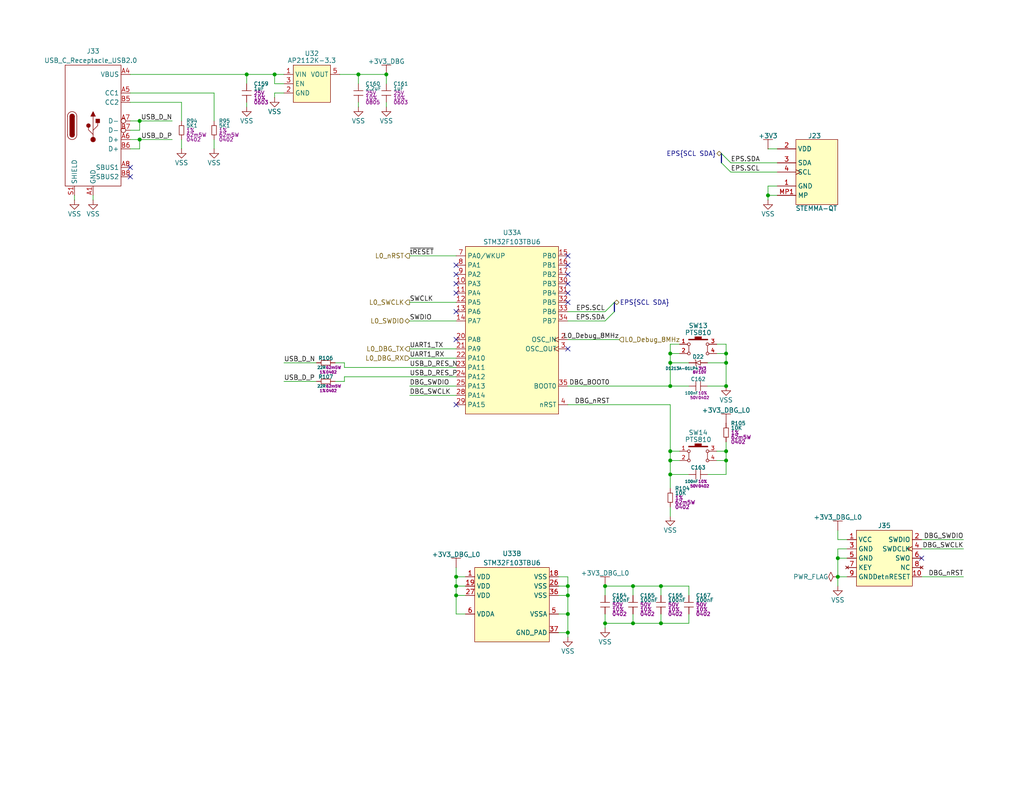
<source format=kicad_sch>
(kicad_sch (version 20250114) (generator "eeschema") (generator_version "9.0")
  (paper "USLetter")
  (title_block (title "STM32L0 Debugger") (date "2025-03-31") (rev "1") (comment 2 "PROTOTYPE") (comment 3 "2025"))
  (lib_symbols
    (symbol "STM32F103TBU6_1"
      (property "Reference" "U" (at 0 26.67 0))
      (property "Value" "STM32F103TBU6" (at 0 24.13 0))
      (symbol "STM32F103TBU6_1_1_0"
        (pin bidirectional line (at -15.24 20.32 0) (length 2.54) (name "PA0/WKUP") (number "7"))
        (pin bidirectional line (at -15.24 17.78 0) (length 2.54) (name "PA1") (number "8"))
        (pin bidirectional line (at -15.24 15.24 0) (length 2.54) (name "PA2") (number "9"))
        (pin bidirectional line (at -15.24 12.7 0) (length 2.54) (name "PA3") (number "10"))
        (pin bidirectional line (at -15.24 10.16 0) (length 2.54) (name "PA4") (number "11"))
        (pin bidirectional line (at -15.24 7.62 0) (length 2.54) (name "PA5") (number "12"))
        (pin bidirectional line (at -15.24 5.08 0) (length 2.54) (name "PA6") (number "13"))
        (pin bidirectional line (at -15.24 2.54 0) (length 2.54) (name "PA7") (number "14"))
        (pin bidirectional line (at -15.24 -2.54 0) (length 2.54) (name "PA8") (number "20"))
        (pin bidirectional line (at -15.24 -5.08 0) (length 2.54) (name "PA9") (number "21"))
        (pin bidirectional line (at -15.24 -7.62 0) (length 2.54) (name "PA10") (number "22"))
        (pin bidirectional line (at -15.24 -10.16 0) (length 2.54) (name "PA11") (number "23"))
        (pin bidirectional line (at -15.24 -12.7 0) (length 2.54) (name "PA12") (number "24"))
        (pin bidirectional line (at -15.24 -15.24 0) (length 2.54) (name "PA13") (number "25"))
        (pin bidirectional line (at -15.24 -17.78 0) (length 2.54) (name "PA14") (number "28"))
        (pin bidirectional line (at -15.24 -20.32 0) (length 2.54) (name "PA15") (number "29"))
        (pin bidirectional line (at 15.24 20.32 180) (length 2.54) (name "PB0") (number "15"))
        (pin bidirectional line (at 15.24 17.78 180) (length 2.54) (name "PB1") (number "16"))
        (pin bidirectional line (at 15.24 15.24 180) (length 2.54) (name "PB2") (number "17"))
        (pin bidirectional line (at 15.24 12.7 180) (length 2.54) (name "PB3") (number "30"))
        (pin bidirectional line (at 15.24 10.16 180) (length 2.54) (name "PB4") (number "31"))
        (pin bidirectional line (at 15.24 7.62 180) (length 2.54) (name "PB5") (number "32"))
        (pin bidirectional line (at 15.24 5.08 180) (length 2.54) (name "PB6") (number "33"))
        (pin bidirectional line (at 15.24 2.54 180) (length 2.54) (name "PB7") (number "34"))
        (pin input clock (at 15.24 -2.54 180) (length 2.54) (name "OSC_IN") (number "2"))
        (pin output clock (at 15.24 -5.08 180) (length 2.54) (name "OSC_OUT") (number "3"))
        (pin input line (at 15.24 -15.24 180) (length 2.54) (name "BOOT0") (number "35"))
        (pin input line (at 15.24 -20.32 180) (length 2.54) (name "nRST") (number "4"))
      )
      (symbol "STM32F103TBU6_1_1_1"
        (rectangle (start -12.7 22.86) (end 12.7 -22.86) (fill (type background)))
      )
      (symbol "STM32F103TBU6_1_2_0"
        (pin power_in line (at -12.7 7.62 0) (length 2.54) (name "VDD") (number "1"))
        (pin power_in line (at -12.7 5.08 0) (length 2.54) (name "VDD") (number "19"))
        (pin power_in line (at -12.7 2.54 0) (length 2.54) (name "VDD") (number "27"))
        (pin power_in line (at -12.7 -2.54 0) (length 2.54) (name "VDDA") (number "6"))
        (pin power_in line (at 12.7 7.62 180) (length 2.54) (name "VSS") (number "18"))
        (pin power_in line (at 12.7 5.08 180) (length 2.54) (name "VSS") (number "26"))
        (pin power_in line (at 12.7 2.54 180) (length 2.54) (name "VSS") (number "36"))
        (pin power_in line (at 12.7 -2.54 180) (length 2.54) (name "VSSA") (number "5"))
        (pin power_in line (at 12.7 -7.62 180) (length 2.54) (name "GND_PAD") (number "37"))
      )
      (symbol "STM32F103TBU6_1_2_1"
        (rectangle (start -10.16 10.16) (end 10.16 -10.16) (fill (type background)))
      )
    )
    (symbol "lib_pwr:+3V3" (power) (pin_numbers (hide yes)) (pin_names (offset 0) (hide yes))
      (property "Value" "+3V3" (at 0 3.556 0))
      (symbol "+3V3_0_1"
        (polyline (pts (xy -1.27 2.54) (xy 0 2.54)))
        (polyline (pts (xy 0 2.54) (xy 1.27 2.54)))
        (polyline (pts (xy 0 0) (xy 0 2.54)))
      )
      (symbol "+3V3_1_1"
        (pin power_in line (at 0 0 90) (length 0) (name "~") (number "1"))
      )
    )
    (symbol "lib_pwr:+3V3_DBG" (power) (pin_numbers (hide yes)) (pin_names (offset 0) (hide yes))
      (property "Value" "+3V3_DBG" (at 0 3.556 0))
      (symbol "+3V3_DBG_0_1"
        (polyline (pts (xy -1.27 2.54) (xy 0 2.54)))
        (polyline (pts (xy 0 2.54) (xy 1.27 2.54)))
        (polyline (pts (xy 0 0) (xy 0 2.54)))
      )
      (symbol "+3V3_DBG_1_1"
        (pin power_in line (at 0 0 90) (length 0) (name "~") (number "1"))
      )
    )
    (symbol "lib_pwr:+3V3_DBG_L0" (power) (pin_numbers (hide yes)) (pin_names (offset 0) (hide yes))
      (property "Value" "+3V3_DBG_L0" (at 0 3.556 0))
      (symbol "+3V3_DBG_L0_0_1"
        (polyline (pts (xy -1.27 2.54) (xy 0 2.54)))
        (polyline (pts (xy 0 2.54) (xy 1.27 2.54)))
        (polyline (pts (xy 0 0) (xy 0 2.54)))
      )
      (symbol "+3V3_DBG_L0_1_1"
        (pin power_in line (at 0 0 90) (length 0) (name "~") (number "1"))
      )
    )
    (symbol "lib_pwr:PWR_FLAG" (power) (pin_numbers (hide yes)) (pin_names (offset 0) (hide yes))
      (property "Value" "PWR_FLAG" (at 0 3.81 0))
      (symbol "PWR_FLAG_0_1"
        (polyline (pts (xy 0 1.27) (xy -1.27 1.905) (xy 0 2.54) (xy 1.27 1.905) (xy 0 1.27)))
        (polyline (pts (xy 0 0) (xy 0 1.27)))
      )
      (symbol "PWR_FLAG_1_1"
        (pin power_out line (at 0 0 90) (length 0) (name "~") (number "1"))
      )
    )
    (symbol "lib_pwr:VSS" (power) (pin_numbers (hide yes)) (pin_names (offset 0) (hide yes))
      (property "Value" "VSS" (at 0 -3.81 0))
      (symbol "VSS_0_1"
        (polyline (pts (xy 0 0) (xy 0 -1.27) (xy 1.27 -1.27) (xy 0 -2.54) (xy -1.27 -1.27) (xy 0 -1.27)))
      )
      (symbol "VSS_1_1"
        (pin power_in line (at 0 0 270) (length 0) (name "~") (number "1"))
      )
    )
    (symbol "lib_sch:AP2112K"
      (property "Reference" "U?" (at 0 8.255 0))
      (property "Value" "AP2112K" (at 0 6.35 0))
      (symbol "AP2112K_0_0"
        (pin power_in line (at -7.62 2.54 0) (length 2.54) (name "VIN") (number "1"))
        (pin input line (at -7.62 0 0) (length 2.54) (name "EN") (number "3"))
        (pin passive line (at -7.62 -2.54 0) (length 2.54) (name "GND") (number "2"))
        (pin power_out line (at 7.62 2.54 180) (length 2.54) (name "VOUT") (number "5"))
      )
      (symbol "AP2112K_1_0"
        (pin no_connect non_logic (at 7.62 -2.54 180) (length 2.54) (hide yes) (name "NC") (number "4"))
      )
      (symbol "AP2112K_1_1"
        (rectangle (start -5.08 5.08) (end 5.08 -5.08) (fill (type background)))
      )
    )
    (symbol "lib_sch:C" (pin_numbers (hide yes)) (pin_names (hide yes))
      (property "Reference" "C?" (at 1.905 2.54 0))
      (property "Value" "CAP" (at 1.905 1.27 0))
      (property "Tolerance" "TOL" (at 1.905 -1.27 0))
      (property "Voltage Rating" "VOLTAGE" (at 1.905 0 0))
      (property "Package" "PKG" (at 1.905 -2.54 0))
      (symbol "C_0_1"
        (polyline (pts (xy -1.27 0.635) (xy 1.27 0.635)))
        (polyline (pts (xy -1.27 -0.635) (xy 1.27 -0.635)))
      )
      (symbol "C_1_1"
        (pin passive line (at 0 2.54 270) (length 1.905) (name "") (number "1"))
        (pin passive line (at 0 -2.54 90) (length 1.905) (name "") (number "2"))
      )
    )
    (symbol "lib_sch:C_horizontal"
      (property "Reference" "C?" (at 0 1.905 0))
      (property "Value" "CAP" (at 0 -1.905 0))
      (property "Tolerance" "TOL" (at 0 -1.905 0))
      (property "Voltage Rating" "VOLT" (at 0 -3.175 0))
      (property "Package" "PKG" (at 0 -3.175 0))
      (symbol "C_horizontal_0_1"
        (polyline (pts (xy -0.635 -1.27) (xy -0.635 1.27)))
        (polyline (pts (xy 0.635 -1.27) (xy 0.635 1.27)))
      )
      (symbol "C_horizontal_1_1"
        (pin passive line (at -2.54 0 0) (length 1.905) (name "") (number "1"))
        (pin passive line (at 2.54 0 180) (length 1.905) (name "") (number "2"))
      )
    )
    (symbol "lib_sch:D_TVS_single_horizontal" (pin_numbers (hide yes))
      (property "Reference" "D" (at 0 1.651 0))
      (property "Value" "VAL" (at 0 -1.524 0))
      (property "Voltage - Reverse Stabdoff" "VRM" (at 0 -1.524 0))
      (property "Voltage - Breakdown" "VBR" (at 0 -2.54 0))
      (property "Voltage - Clamping" "VCL" (at 0 -2.54 0))
      (symbol "D_TVS_single_horizontal_0_1"
        (polyline (pts (xy 0.635 0) (xy 0.635 0.635) (xy 0.889 0.889)))
        (polyline (pts (xy 0.635 0) (xy 0.635 -0.635) (xy 0.381 -0.889)))
      )
      (symbol "D_TVS_single_horizontal_1_0"
        (pin passive line (at -2.54 0 0) (length 1.905) (name "") (number "2"))
        (pin passive line (at 2.54 0 180) (length 1.905) (name "") (number "1"))
      )
      (symbol "D_TVS_single_horizontal_1_1"
        (polyline (pts (xy -0.635 0.635) (xy -0.635 -0.635) (xy 0.635 0) (xy -0.635 0.635)) (stroke (width 0.1524)))
      )
    )
    (symbol "lib_sch:JTAG-10"
      (property "Reference" "J?" (at 0 8.89 0))
      (symbol "JTAG-10_0_0"
        (pin power_in line (at -10.16 5.08 0) (length 2.54) (name "VCC") (number "1"))
        (pin no_connect line (at -10.16 -2.54 0) (length 2.54) (name "KEY") (number "7"))
        (pin input line (at 10.16 -5.08 180) (length 2.54) (name "nRESET") (number "10"))
      )
      (symbol "JTAG-10_1_0"
        (pin power_in line (at -10.16 2.54 0) (length 2.54) (name "GND") (number "3"))
        (pin power_in line (at -10.16 0 0) (length 2.54) (name "GND") (number "5"))
        (pin power_in line (at -10.16 -5.08 0) (length 2.54) (name "GNDDet") (number "9"))
        (pin bidirectional line (at 10.16 5.08 180) (length 2.54) (name "SWDIO") (number "2"))
        (pin input clock (at 10.16 2.54 180) (length 2.54) (name "SWDCLK") (number "4"))
        (pin output line (at 10.16 0 180) (length 2.54) (name "SWO") (number "6"))
        (pin no_connect line (at 10.16 -2.54 180) (length 2.54) (name "NC") (number "8"))
      )
      (symbol "JTAG-10_1_1"
        (rectangle (start -7.62 7.62) (end 7.62 -7.62) (fill (type background)))
      )
    )
    (symbol "lib_sch:R"
      (property "Reference" "R?" (at 1.27 2.54 0))
      (property "Value" "VAL" (at 1.27 1.27 0))
      (property "Tolerance" "TOL" (at 1.27 0 0))
      (property "Power Rating" "PWR" (at 1.27 -1.27 0))
      (property "Package" "PKG" (at 1.27 -2.54 0))
      (symbol "R_0_1"
        (polyline (pts (xy -0.635 1.27) (xy -0.635 -1.27) (xy 0.635 -1.27) (xy 0.635 1.27) (xy -0.635 1.27)))
      )
      (symbol "R_1_1"
        (pin passive line (at 0 2.54 270) (length 1.27) (name "") (number "1"))
        (pin passive line (at 0 -2.54 90) (length 1.27) (name "") (number "2"))
      )
    )
    (symbol "lib_sch:R_horizontal"
      (property "Reference" "R?" (at 0 1.27 0))
      (property "Value" "VAL" (at 0 -1.27 0))
      (property "Tolerance" "TOL" (at 0 -2.54 0))
      (property "Power Rating" "PWR" (at 0 -1.27 0))
      (property "Package" "PKG" (at 0 -2.54 0))
      (symbol "R_horizontal_0_1"
        (polyline (pts (xy -1.27 -0.635) (xy 1.27 -0.635) (xy 1.27 0.635) (xy -1.27 0.635) (xy -1.27 -0.635)))
      )
      (symbol "R_horizontal_1_1"
        (pin passive line (at -2.54 0 0) (length 1.27) (name "") (number "1"))
        (pin passive line (at 2.54 0 180) (length 1.27) (name "") (number "2"))
      )
    )
    (symbol "lib_sch:SPST-NO Button" (pin_names (offset 1.016))
      (property "Reference" "SW?" (at 0 6.35 0))
      (property "Value" "VAL" (at 0 4.445 0))
      (symbol "SPST-NO Button_0_0"
        (polyline (pts (xy -2.54 0.889) (xy -2.54 -0.889)))
        (polyline (pts (xy 2.54 0.889) (xy 2.54 -0.889)))
      )
      (symbol "SPST-NO Button_0_1"
        (circle (center -2.54 1.27) (radius 0.381))
        (circle (center -2.54 -1.27) (radius 0.381))
        (circle (center 2.54 1.27) (radius 0.381))
        (circle (center 2.54 -1.27) (radius 0.381))
      )
      (symbol "SPST-NO Button_1_0"
        (polyline (pts (xy -2.54 2.54) (xy 2.54 2.54)) (stroke (width 0.381)))
        (rectangle (start -0.889 3.302) (end 0.889 2.54) (fill (type outline)))
        (pin passive line (at -5.08 1.27 0) (length 2.159) (name "") (number "1"))
        (pin passive line (at -5.08 -1.27 0) (length 2.159) (name "") (number "2"))
        (pin passive line (at 5.08 1.27 180) (length 2.159) (name "") (number "3"))
        (pin passive line (at 5.08 -1.27 180) (length 2.159) (name "") (number "4"))
      )
    )
    (symbol "lib_sch:STEMMA-QT"
      (property "Reference" "J" (at 2.54 9.906 0))
      (property "Value" "STEMMA-QT" (at 3.048 -9.906 0))
      (symbol "STEMMA-QT_1_0"
        (pin power_in line (at -7.62 6.35 0) (length 5.08) (name "VDD") (number "2"))
        (pin bidirectional line (at -7.62 2.54 0) (length 5.08) (name "SDA") (number "3"))
        (pin bidirectional clock (at -7.62 0 0) (length 5.08) (name "SCL") (number "4"))
        (pin power_in line (at -7.62 -3.81 0) (length 5.08) (name "GND") (number "1"))
        (pin passive line (at -7.62 -6.35 0) (length 5.08) (name "MP") (number "MP1"))
        (pin passive line (at -7.62 -6.35 0) (length 5.08) (hide yes) (name "MP") (number "MP2"))
      )
      (symbol "STEMMA-QT_1_1"
        (rectangle (start -2.54 8.89) (end 8.89 -8.89) (fill (type background)))
      )
    )
    (symbol "lib_sch:STM32F103TBU6"
      (property "Reference" "U" (at 0 26.67 0))
      (property "Value" "STM32F103TBU6" (at 0 24.13 0))
      (symbol "STM32F103TBU6_1_0"
        (pin bidirectional line (at -15.24 20.32 0) (length 2.54) (name "PA0/WKUP") (number "7"))
        (pin bidirectional line (at -15.24 17.78 0) (length 2.54) (name "PA1") (number "8"))
        (pin bidirectional line (at -15.24 15.24 0) (length 2.54) (name "PA2") (number "9"))
        (pin bidirectional line (at -15.24 12.7 0) (length 2.54) (name "PA3") (number "10"))
        (pin bidirectional line (at -15.24 10.16 0) (length 2.54) (name "PA4") (number "11"))
        (pin bidirectional line (at -15.24 7.62 0) (length 2.54) (name "PA5") (number "12"))
        (pin bidirectional line (at -15.24 5.08 0) (length 2.54) (name "PA6") (number "13"))
        (pin bidirectional line (at -15.24 2.54 0) (length 2.54) (name "PA7") (number "14"))
        (pin bidirectional line (at -15.24 -2.54 0) (length 2.54) (name "PA8") (number "20"))
        (pin bidirectional line (at -15.24 -5.08 0) (length 2.54) (name "PA9") (number "21"))
        (pin bidirectional line (at -15.24 -7.62 0) (length 2.54) (name "PA10") (number "22"))
        (pin bidirectional line (at -15.24 -10.16 0) (length 2.54) (name "PA11") (number "23"))
        (pin bidirectional line (at -15.24 -12.7 0) (length 2.54) (name "PA12") (number "24"))
        (pin bidirectional line (at -15.24 -15.24 0) (length 2.54) (name "PA13") (number "25"))
        (pin bidirectional line (at -15.24 -17.78 0) (length 2.54) (name "PA14") (number "28"))
        (pin bidirectional line (at -15.24 -20.32 0) (length 2.54) (name "PA15") (number "29"))
        (pin input clock (at 12.7 -2.54 0) (length 2.54) (name "OSC_IN") (number "2"))
        (pin output clock (at 12.7 -5.08 0) (length 2.54) (name "OSC_OUT") (number "3"))
        (pin bidirectional line (at 15.24 20.32 180) (length 2.54) (name "PB0") (number "15"))
        (pin bidirectional line (at 15.24 17.78 180) (length 2.54) (name "PB1") (number "16"))
        (pin bidirectional line (at 15.24 15.24 180) (length 2.54) (name "PB2") (number "17"))
        (pin bidirectional line (at 15.24 12.7 180) (length 2.54) (name "PB3") (number "30"))
        (pin bidirectional line (at 15.24 10.16 180) (length 2.54) (name "PB4") (number "31"))
        (pin bidirectional line (at 15.24 7.62 180) (length 2.54) (name "PB5") (number "32"))
        (pin bidirectional line (at 15.24 5.08 180) (length 2.54) (name "PB6") (number "33"))
        (pin bidirectional line (at 15.24 2.54 180) (length 2.54) (name "PB7") (number "34"))
        (pin input line (at 15.24 -12.7 180) (length 2.54) (name "BOOT0") (number "35"))
        (pin input line (at 15.24 -20.32 180) (length 2.54) (name "nRST") (number "4"))
      )
      (symbol "STM32F103TBU6_1_1"
        (rectangle (start -12.7 22.86) (end 12.7 -22.86) (fill (type background)))
      )
      (symbol "STM32F103TBU6_2_0"
        (pin power_in line (at -12.7 7.62 0) (length 2.54) (name "VDD") (number "1"))
        (pin power_in line (at -12.7 5.08 0) (length 2.54) (name "VDD") (number "19"))
        (pin power_in line (at -12.7 2.54 0) (length 2.54) (name "VDD") (number "27"))
        (pin power_in line (at -12.7 -2.54 0) (length 2.54) (name "VDDA") (number "6"))
        (pin power_in line (at 12.7 7.62 180) (length 2.54) (name "VSS") (number "18"))
        (pin power_in line (at 12.7 5.08 180) (length 2.54) (name "VSS") (number "26"))
        (pin power_in line (at 12.7 2.54 180) (length 2.54) (name "VSS") (number "36"))
        (pin power_in line (at 12.7 -2.54 180) (length 2.54) (name "VSSA") (number "5"))
        (pin power_in line (at 12.7 -7.62 180) (length 2.54) (name "GND_PAD") (number "37"))
      )
      (symbol "STM32F103TBU6_2_1"
        (rectangle (start -10.16 10.16) (end 10.16 -10.16) (fill (type background)))
      )
    )
    (symbol "lib_sch:USB_C_Receptacle_USB2.0"
      (property "Reference" "J?" (at 0 20.32 0))
      (property "Value" "USB_C_Receptacle_USB2.0" (at -0.635 17.78 0))
      (symbol "USB_C_Receptacle_USB2.0_0_0"
        (pin passive line (at -5.08 -19.05 90) (length 2.54) (name "SHIELD") (number "S1"))
        (pin passive line (at 0 -19.05 90) (length 2.54) (name "GND") (number "A1"))
        (pin power_out line (at 10.16 13.97 180) (length 2.54) (name "VBUS") (number "A4"))
        (pin input line (at 10.16 8.89 180) (length 2.54) (name "CC1") (number "A5"))
        (pin input line (at 10.16 6.35 180) (length 2.54) (name "CC2") (number "B5"))
        (pin bidirectional inverted (at 10.16 1.27 180) (length 2.54) (name "D-") (number "A7"))
        (pin bidirectional inverted (at 10.16 -1.27 180) (length 2.54) (name "D-") (number "B7"))
        (pin bidirectional line (at 10.16 -3.81 180) (length 2.54) (name "D+") (number "A6"))
        (pin bidirectional line (at 10.16 -6.35 180) (length 2.54) (name "D+") (number "B6"))
        (pin unspecified line (at 10.16 -11.43 180) (length 2.54) (name "SBUS1") (number "A8"))
        (pin unspecified line (at 10.16 -13.97 180) (length 2.54) (name "SBUS2") (number "B8"))
      )
      (symbol "USB_C_Receptacle_USB2.0_1_0"
        (pin passive line (at -5.08 -19.05 90) (length 2.54) (hide yes) (name "SHIELD") (number "S2"))
        (pin passive line (at 0 -19.05 90) (length 2.54) (hide yes) (name "GND") (number "A12"))
        (pin passive line (at 0 -19.05 90) (length 2.54) (hide yes) (name "GND") (number "B1"))
        (pin passive line (at 0 -19.05 90) (length 2.54) (hide yes) (name "GND") (number "B12"))
        (pin power_out line (at 10.16 13.97 180) (length 2.54) (hide yes) (name "VBUS") (number "A9"))
        (pin power_out line (at 10.16 13.97 180) (length 2.54) (hide yes) (name "VBUS") (number "B4"))
        (pin power_out line (at 10.16 13.97 180) (length 2.54) (hide yes) (name "VBUS") (number "B9"))
      )
      (symbol "USB_C_Receptacle_USB2.0_1_1"
        (rectangle (start -7.62 16.51) (end 7.62 -16.51))
        (polyline (pts (xy -6.985 2.54) (xy -6.985 -2.54)))
        (rectangle (start -6.35 2.54) (end -5.08 -2.54) (fill (type outline)))
        (arc (start -6.985 2.54) (mid -5.715 3.81) (end -4.445 2.54))
        (circle (center -5.715 2.54) (radius 0.635) (fill (type outline)))
        (circle (center -5.715 -2.54) (radius 0.635) (fill (type outline)))
        (arc (start -4.445 -2.54) (mid -5.715 -3.81) (end -6.985 -2.54))
        (polyline (pts (xy -4.445 2.54) (xy -4.445 -2.54)))
        (circle (center -1.27 0) (radius 0.508) (fill (type outline)))
        (polyline (pts (xy 0 2.54) (xy -0.635 2.54) (xy 0 3.81) (xy 0.635 2.54) (xy 0 2.54)) (fill (type outline)))
        (polyline (pts (xy 0 -1.27) (xy 1.27 0) (xy 1.27 0.635)))
        (polyline (pts (xy 0 -2.413) (xy -1.27 -1.143) (xy -1.27 -0.508)))
        (polyline (pts (xy 0 -3.175) (xy 0 2.54)))
        (circle (center 0 -3.81) (radius 0.635) (fill (type outline)))
        (rectangle (start 0.762 1.778) (end 1.778 0.762) (fill (type outline)))
      )
    )
  )
  (junction (at 182.88 125.73))
  (junction (at 67.31 20.32))
  (junction (at 198.12 123.19))
  (junction (at 198.12 125.73))
  (junction (at 165.1 160.02))
  (junction (at 172.72 160.02))
  (junction (at 182.88 105.41))
  (junction (at 182.88 96.52))
  (junction (at 97.79 20.32))
  (junction (at 198.12 96.52))
  (junction (at 74.93 20.32))
  (junction (at 124.46 160.02))
  (junction (at 228.6 157.48))
  (junction (at 154.94 160.02))
  (junction (at 198.12 105.41))
  (junction (at 180.34 170.18))
  (junction (at 105.41 20.32))
  (junction (at 124.46 157.48))
  (junction (at 165.1 170.18))
  (junction (at 38.1 33.02))
  (junction (at 38.1 38.1))
  (junction (at 182.88 123.19))
  (junction (at 209.55 53.34))
  (junction (at 154.94 172.72))
  (junction (at 154.94 167.64))
  (junction (at 154.94 162.56))
  (junction (at 228.6 152.4))
  (junction (at 182.88 129.54))
  (junction (at 198.12 99.06))
  (junction (at 180.34 160.02))
  (junction (at 124.46 162.56))
  (junction (at 182.88 99.06))
  (junction (at 172.72 170.18))
  (no_connect (at 124.46 85.09))
  (no_connect (at 124.46 110.49))
  (no_connect (at 124.46 80.01))
  (no_connect (at 154.94 72.39))
  (no_connect (at 154.94 74.93))
  (no_connect (at 124.46 77.47))
  (no_connect (at 124.46 74.93))
  (no_connect (at 35.56 45.72))
  (no_connect (at 251.46 152.4))
  (no_connect (at 35.56 48.26))
  (no_connect (at 154.94 82.55))
  (no_connect (at 124.46 72.39))
  (no_connect (at 154.94 77.47))
  (no_connect (at 154.94 95.25))
  (no_connect (at 154.94 69.85))
  (no_connect (at 124.46 92.71))
  (no_connect (at 154.94 80.01))
  (bus_entry (at 199.39 46.99) (size -2.54 -2.54))
  (bus_entry (at 199.39 44.45) (size -2.54 -2.54))
  (bus_entry (at 165.1 85.09) (size 2.54 -2.54))
  (bus_entry (at 165.1 87.63) (size 2.54 -2.54))
  (wire (pts (xy 182.88 125.73) (xy 182.88 129.54)))
  (wire (pts (xy 180.34 170.18) (xy 172.72 170.18)))
  (wire (pts (xy 124.46 162.56) (xy 127 162.56)))
  (wire (pts (xy 93.98 99.06) (xy 93.98 100.33)))
  (wire (pts (xy 198.12 96.52) (xy 198.12 99.06)))
  (wire (pts (xy 67.31 27.94) (xy 67.31 29.21)))
  (wire (pts (xy 228.6 144.78) (xy 228.6 147.32)))
  (wire (pts (xy 182.88 125.73) (xy 185.42 125.73)))
  (wire (pts (xy 111.76 69.85) (xy 124.46 69.85)))
  (wire (pts (xy 228.6 152.4) (xy 228.6 157.48)))
  (wire (pts (xy 152.4 162.56) (xy 154.94 162.56)))
  (wire (pts (xy 154.94 162.56) (xy 154.94 167.64)))
  (wire (pts (xy 105.41 27.94) (xy 105.41 29.21)))
  (wire (pts (xy 187.96 170.18) (xy 180.34 170.18)))
  (wire (pts (xy 58.42 25.4) (xy 35.56 25.4)))
  (wire (pts (xy 172.72 170.18) (xy 165.1 170.18)))
  (wire (pts (xy 20.32 53.34) (xy 20.32 54.61)))
  (wire (pts (xy 74.93 26.67) (xy 74.93 25.4)))
  (wire (pts (xy 74.93 22.86) (xy 74.93 20.32)))
  (wire (pts (xy 154.94 87.63) (xy 165.1 87.63)))
  (wire (pts (xy 38.1 35.56) (xy 38.1 33.02)))
  (wire (pts (xy 25.4 53.34) (xy 25.4 54.61)))
  (wire (pts (xy 180.34 160.02) (xy 180.34 162.56)))
  (wire (pts (xy 124.46 157.48) (xy 124.46 160.02)))
  (wire (pts (xy 35.56 35.56) (xy 38.1 35.56)))
  (wire (pts (xy 124.46 162.56) (xy 124.46 167.64)))
  (wire (pts (xy 209.55 54.61) (xy 209.55 53.34)))
  (wire (pts (xy 195.58 96.52) (xy 198.12 96.52)))
  (wire (pts (xy 180.34 160.02) (xy 172.72 160.02)))
  (wire (pts (xy 228.6 149.86) (xy 228.6 152.4)))
  (wire (pts (xy 77.47 99.06) (xy 86.36 99.06)))
  (wire (pts (xy 172.72 167.64) (xy 172.72 170.18)))
  (wire (pts (xy 195.58 93.98) (xy 198.12 93.98)))
  (wire (pts (xy 154.94 160.02) (xy 154.94 162.56)))
  (wire (pts (xy 193.04 99.06) (xy 198.12 99.06)))
  (wire (pts (xy 124.46 154.94) (xy 124.46 157.48)))
  (wire (pts (xy 187.96 167.64) (xy 187.96 170.18)))
  (wire (pts (xy 195.58 125.73) (xy 198.12 125.73)))
  (wire (pts (xy 77.47 22.86) (xy 74.93 22.86)))
  (wire (pts (xy 182.88 99.06) (xy 182.88 105.41)))
  (wire (pts (xy 198.12 129.54) (xy 193.04 129.54)))
  (wire (pts (xy 67.31 20.32) (xy 74.93 20.32)))
  (wire (pts (xy 209.55 53.34) (xy 212.09 53.34)))
  (wire (pts (xy 185.42 123.19) (xy 182.88 123.19)))
  (wire (pts (xy 182.88 129.54) (xy 187.96 129.54)))
  (wire (pts (xy 154.94 92.71) (xy 168.91 92.71)))
  (wire (pts (xy 185.42 93.98) (xy 182.88 93.98)))
  (wire (pts (xy 187.96 160.02) (xy 187.96 162.56)))
  (wire (pts (xy 111.76 82.55) (xy 124.46 82.55)))
  (wire (pts (xy 195.58 123.19) (xy 198.12 123.19)))
  (wire (pts (xy 58.42 38.1) (xy 58.42 40.64)))
  (wire (pts (xy 182.88 99.06) (xy 187.96 99.06)))
  (wire (pts (xy 97.79 20.32) (xy 92.71 20.32)))
  (wire (pts (xy 182.88 96.52) (xy 182.88 99.06)))
  (wire (pts (xy 35.56 20.32) (xy 67.31 20.32)))
  (wire (pts (xy 251.46 147.32) (xy 262.89 147.32)))
  (wire (pts (xy 187.96 160.02) (xy 180.34 160.02)))
  (wire (pts (xy 154.94 172.72) (xy 154.94 167.64)))
  (wire (pts (xy 182.88 123.19) (xy 182.88 125.73)))
  (wire (pts (xy 228.6 147.32) (xy 231.14 147.32)))
  (wire (pts (xy 111.76 97.79) (xy 124.46 97.79)))
  (wire (pts (xy 93.98 104.14) (xy 93.98 102.87)))
  (wire (pts (xy 124.46 160.02) (xy 124.46 162.56)))
  (wire (pts (xy 228.6 157.48) (xy 231.14 157.48)))
  (wire (pts (xy 182.88 123.19) (xy 182.88 110.49)))
  (wire (pts (xy 152.4 172.72) (xy 154.94 172.72)))
  (wire (pts (xy 172.72 160.02) (xy 172.72 162.56)))
  (wire (pts (xy 38.1 33.02) (xy 46.99 33.02)))
  (wire (pts (xy 35.56 40.64) (xy 38.1 40.64)))
  (wire (pts (xy 74.93 25.4) (xy 77.47 25.4)))
  (wire (pts (xy 111.76 87.63) (xy 124.46 87.63)))
  (wire (pts (xy 111.76 105.41) (xy 124.46 105.41)))
  (wire (pts (xy 97.79 27.94) (xy 97.79 29.21)))
  (bus (pts (xy 196.85 44.45) (xy 196.85 41.91)))
  (wire (pts (xy 165.1 170.18) (xy 165.1 167.64)))
  (wire (pts (xy 49.53 33.02) (xy 49.53 27.94)))
  (wire (pts (xy 199.39 46.99) (xy 212.09 46.99)))
  (wire (pts (xy 251.46 157.48) (xy 262.89 157.48)))
  (wire (pts (xy 231.14 149.86) (xy 228.6 149.86)))
  (wire (pts (xy 154.94 167.64) (xy 152.4 167.64)))
  (wire (pts (xy 154.94 173.99) (xy 154.94 172.72)))
  (wire (pts (xy 212.09 50.8) (xy 209.55 50.8)))
  (wire (pts (xy 38.1 38.1) (xy 38.1 40.64)))
  (wire (pts (xy 251.46 149.86) (xy 262.89 149.86)))
  (wire (pts (xy 209.55 50.8) (xy 209.55 53.34)))
  (wire (pts (xy 49.53 27.94) (xy 35.56 27.94)))
  (wire (pts (xy 105.41 20.32) (xy 97.79 20.32)))
  (wire (pts (xy 165.1 160.02) (xy 165.1 162.56)))
  (wire (pts (xy 172.72 160.02) (xy 165.1 160.02)))
  (wire (pts (xy 124.46 157.48) (xy 127 157.48)))
  (wire (pts (xy 154.94 85.09) (xy 165.1 85.09)))
  (wire (pts (xy 105.41 22.86) (xy 105.41 20.32)))
  (wire (pts (xy 199.39 44.45) (xy 212.09 44.45)))
  (wire (pts (xy 74.93 20.32) (xy 77.47 20.32)))
  (wire (pts (xy 93.98 102.87) (xy 124.46 102.87)))
  (wire (pts (xy 35.56 33.02) (xy 38.1 33.02)))
  (wire (pts (xy 97.79 22.86) (xy 97.79 20.32)))
  (wire (pts (xy 198.12 125.73) (xy 198.12 129.54)))
  (wire (pts (xy 198.12 93.98) (xy 198.12 96.52)))
  (bus (pts (xy 167.64 82.55) (xy 167.64 85.09)))
  (wire (pts (xy 91.44 99.06) (xy 93.98 99.06)))
  (wire (pts (xy 182.88 105.41) (xy 187.96 105.41)))
  (wire (pts (xy 58.42 33.02) (xy 58.42 25.4)))
  (wire (pts (xy 67.31 20.32) (xy 67.31 22.86)))
  (wire (pts (xy 111.76 107.95) (xy 124.46 107.95)))
  (wire (pts (xy 77.47 104.14) (xy 86.36 104.14)))
  (wire (pts (xy 124.46 160.02) (xy 127 160.02)))
  (wire (pts (xy 152.4 160.02) (xy 154.94 160.02)))
  (wire (pts (xy 154.94 110.49) (xy 182.88 110.49)))
  (wire (pts (xy 182.88 96.52) (xy 185.42 96.52)))
  (wire (pts (xy 209.55 40.64) (xy 212.09 40.64)))
  (wire (pts (xy 154.94 157.48) (xy 154.94 160.02)))
  (wire (pts (xy 193.04 105.41) (xy 198.12 105.41)))
  (wire (pts (xy 111.76 95.25) (xy 124.46 95.25)))
  (wire (pts (xy 124.46 167.64) (xy 127 167.64)))
  (wire (pts (xy 154.94 105.41) (xy 182.88 105.41)))
  (wire (pts (xy 49.53 38.1) (xy 49.53 40.64)))
  (wire (pts (xy 180.34 167.64) (xy 180.34 170.18)))
  (wire (pts (xy 91.44 104.14) (xy 93.98 104.14)))
  (wire (pts (xy 198.12 99.06) (xy 198.12 105.41)))
  (wire (pts (xy 231.14 152.4) (xy 228.6 152.4)))
  (wire (pts (xy 198.12 123.19) (xy 198.12 125.73)))
  (wire (pts (xy 93.98 100.33) (xy 124.46 100.33)))
  (wire (pts (xy 38.1 38.1) (xy 46.99 38.1)))
  (wire (pts (xy 165.1 170.18) (xy 165.1 171.45)))
  (wire (pts (xy 152.4 157.48) (xy 154.94 157.48)))
  (wire (pts (xy 182.88 129.54) (xy 182.88 133.35)))
  (wire (pts (xy 35.56 38.1) (xy 38.1 38.1)))
  (wire (pts (xy 182.88 138.43) (xy 182.88 140.97)))
  (wire (pts (xy 228.6 157.48) (xy 228.6 160.02)))
  (wire (pts (xy 198.12 120.65) (xy 198.12 123.19)))
  (wire (pts (xy 182.88 93.98) (xy 182.88 96.52)))
  (label "DBG_nRST" (at 262.89 157.48 180))
  (label "USB_D_RES_P" (at 111.76 102.87 0))
  (label "DBG_BOOT0" (at 166.37 105.41 180))
  (label "USB_D_N" (at 46.99 33.02 180))
  (label "EPS.SDA" (at 165.1 87.63 180))
  (label "DBG_SWCLK" (at 111.76 107.95 0))
  (label "DBG_SWDIO" (at 262.89 147.32 180))
  (label "USB_D_RES_N" (at 111.76 100.33 0))
  (label "L0_Debug_8MHz" (at 168.91 92.71 180))
  (label "USB_D_N" (at 77.47 99.06 0))
  (label "USB_D_P" (at 46.99 38.1 180))
  (label "SWCLK" (at 111.76 82.55 0))
  (label "~{tRESET}" (at 111.76 69.85 0))
  (label "EPS.SCL" (at 165.1 85.09 180))
  (label "UART1_RX" (at 111.76 97.79 0))
  (label "EPS.SDA" (at 199.39 44.45 0))
  (label "EPS.SCL" (at 199.39 46.99 0))
  (label "SWDIO" (at 111.76 87.63 0))
  (label "USB_D_P" (at 77.47 104.14 0))
  (label "UART1_TX" (at 111.76 95.25 0))
  (label "DBG_SWDIO" (at 111.76 105.41 0))
  (label "DBG_nRST" (at 166.37 110.49 180))
  (label "DBG_SWCLK" (at 262.89 149.86 180))
  (hierarchical_label "L0_DBG_RX" (shape input) (at 111.76 97.79 180))
  (hierarchical_label "L0_SWDIO" (shape bidirectional) (at 111.76 87.63 180))
  (hierarchical_label "EPS{SCL SDA}" (shape bidirectional) (at 196.85 41.91 180))
  (hierarchical_label "L0_SWCLK" (shape output) (at 111.76 82.55 180))
  (hierarchical_label "EPS{SCL SDA}" (shape bidirectional) (at 167.64 82.55 0))
  (hierarchical_label "L0_nRST" (shape output) (at 111.76 69.85 180))
  (hierarchical_label "L0_Debug_8MHz" (shape input) (at 168.91 92.71 0))
  (hierarchical_label "L0_DBG_TX" (shape output) (at 111.76 95.25 180))
  (symbol (lib_id "lib_pwr:VSS") (at 25.4 54.61 0) (unit 1)
    (property "Reference" "#PWR0372" (effects (hide yes)))
    (property "Value" "VSS" (at 25.4 58.42 0))
  )
  (symbol (lib_id "lib_sch:R") (at 182.88 135.89 0) (unit 1)
    (property "Reference" "R104" (at 184.15 133.35 0) (effects (font (size 1.016 1.016)) (justify left)))
    (property "Value" "10K" (at 184.15 134.62 0) (effects (font (size 1.016 1.016)) (justify left)))
    (property "Footprint" "lib_passives:CRCW0402" (effects (hide yes)))
    (property "Datasheet" "datasheets/Vishay-Dale-DCRCWe3.pdf" (effects (hide yes)))
    (property "Description" "RES SMD 10K OHM 1% 1/16W 0402" (effects (hide yes)))
    (property "Manufacturer" "Vishay Dale" (effects (hide yes)))
    (property "MPN" "CRCW040210K0FKED" (effects (hide yes)))
    (property "DKPN" "541-10.0KLCT-ND" (effects (hide yes)))
    (property "Tolerance" "1%" (at 184.15 135.89 0) (effects (font (size 1.016 1.016)) (justify left)))
    (property "Power Rating" "62m5W" (at 184.15 137.16 0) (effects (font (size 1.016 1.016)) (justify left)))
    (property "Package" "0402" (at 184.15 138.43 0) (effects (font (size 1.016 1.016)) (justify left)))
  )
  (symbol (lib_id "lib_sch:R") (at 58.42 35.56 0) (unit 1)
    (property "Reference" "R95" (at 59.69 33.02 0) (effects (font (size 1.016 1.016)) (justify left)))
    (property "Value" "5K1" (at 59.69 34.29 0) (effects (font (size 1.016 1.016)) (justify left)))
    (property "Footprint" "lib_passives:CRCW0402" (effects (hide yes)))
    (property "Datasheet" "datasheets/Vishay-Dale-DRCWe3.pdf" (effects (hide yes)))
    (property "Description" "RES SMD 5.1K OHM 1% 1/16W 0402" (effects (hide yes)))
    (property "Manufacturer" "Vishay Dale" (effects (hide yes)))
    (property "MPN" "CRCW04025K10FKED" (effects (hide yes)))
    (property "DKPN" "541-5.10KLCT-ND" (effects (hide yes)))
    (property "Tolerance" "1%" (at 59.69 35.56 0) (effects (font (size 1.016 1.016)) (justify left)))
    (property "Power Rating" "62m5W" (at 59.69 36.83 0) (effects (font (size 1.016 1.016)) (justify left)))
    (property "Package" "0402" (at 59.69 38.1 0) (effects (font (size 1.016 1.016)) (justify left)))
  )
  (symbol (lib_id "lib_pwr:VSS") (at 228.6 160.02 0) (unit 1)
    (property "Reference" "#PWR0314" (effects (hide yes)))
    (property "Value" "VSS" (at 228.6 163.83 0))
  )
  (symbol (lib_id "lib_sch:SPST-NO Button") (at 190.5 124.46 0) (unit 1)
    (property "Reference" "SW14" (at 190.5 118.11 0))
    (property "Value" "PTS810" (at 190.5 120.015 0))
    (property "Footprint" "lib_switches:PTS810" (effects (hide yes)))
    (property "Datasheet" "datasheets/C&K-PTS810.pdf" (effects (hide yes)))
    (property "Description" "SWITCH TACTILE SPST-NO 0.05A 16V" (effects (hide yes)))
    (property "Manufacturer" "C&K" (effects (hide yes)))
    (property "MPN" "PTS810SJM250SMTR LFS" (effects (hide yes)))
    (property "DKPN" "CKN10502CT-ND" (effects (hide yes)))
  )
  (symbol (lib_id "lib_pwr:VSS") (at 67.31 29.21 0) (unit 1)
    (property "Reference" "#PWR0348" (effects (hide yes)))
    (property "Value" "VSS" (at 67.31 33.02 0))
  )
  (symbol (lib_id "lib_sch:C_horizontal") (at 190.5 129.54 0) (unit 1)
    (property "Reference" "C163" (at 190.5 127.635 0) (effects (font (size 1.016 1.016))))
    (property "Value" "100nF" (at 190.5 131.445 0) (effects (font (size 0.762 0.762)) (justify right)))
    (property "Footprint" "lib_passives:GCM0402" (effects (hide yes)))
    (property "Datasheet" "datasheets/Murata-Electronics-GRT155R71H104KE01.pdf" (effects (hide yes)))
    (property "Description" "CAP CER 0.1UF 50V X7R 0402" (effects (hide yes)))
    (property "Manufacturer" "Murata Electronics" (effects (hide yes)))
    (property "MPN" "GRT155R71H104KE01D" (effects (hide yes)))
    (property "DKPN" "490-GRT155R71H104KE01DCT-ND" (effects (hide yes)))
    (property "Voltage Rating" "50V" (at 190.5 132.715 0) (effects (font (size 0.762 0.762)) (justify right)))
    (property "Package" "0402" (at 190.5 132.715 0) (effects (font (size 0.762 0.762)) (justify left)))
    (property "Tolerance" "10%" (at 190.5 131.445 0) (effects (font (size 0.762 0.762)) (justify left)))
  )
  (symbol (lib_id "lib_sch:R") (at 198.12 118.11 0) (unit 1)
    (property "Reference" "R105" (at 199.39 115.57 0) (effects (font (size 1.016 1.016)) (justify left)))
    (property "Value" "10K" (at 199.39 116.84 0) (effects (font (size 1.016 1.016)) (justify left)))
    (property "Footprint" "lib_passives:CRCW0402" (effects (hide yes)))
    (property "Datasheet" "datasheets/Vishay-Dale-DCRCWe3.pdf" (effects (hide yes)))
    (property "Description" "RES SMD 10K OHM 1% 1/16W 0402" (effects (hide yes)))
    (property "Manufacturer" "Vishay Dale" (effects (hide yes)))
    (property "MPN" "CRCW040210K0FKED" (effects (hide yes)))
    (property "DKPN" "541-10.0KLCT-ND" (effects (hide yes)))
    (property "Tolerance" "1%" (at 199.39 118.11 0) (effects (font (size 1.016 1.016)) (justify left)))
    (property "Power Rating" "62m5W" (at 199.39 119.38 0) (effects (font (size 1.016 1.016)) (justify left)))
    (property "Package" "0402" (at 199.39 120.65 0) (effects (font (size 1.016 1.016)) (justify left)))
  )
  (symbol (lib_id "lib_pwr:VSS") (at 49.53 40.64 0) (unit 1)
    (property "Reference" "#PWR0373" (effects (hide yes)))
    (property "Value" "VSS" (at 49.53 44.45 0))
  )
  (symbol (lib_id "lib_pwr:+3V3_DBG") (at 105.41 20.32 0) (unit 1)
    (property "Reference" "#PWR0351" (effects (hide yes)))
    (property "Value" "+3V3_DBG" (at 105.41 16.764 0))
  )
  (symbol (lib_id "lib_sch:C") (at 67.31 25.4 0) (unit 1)
    (property "Reference" "C159" (at 69.215 22.86 0) (effects (font (size 1.016 1.016)) (justify left)))
    (property "Value" "1uF" (at 69.215 24.13 0) (effects (font (size 1.016 1.016)) (justify left)))
    (property "Footprint" "lib_passives:GRT0603" (effects (hide yes)))
    (property "Datasheet" "datasheets/Murata-Electronics-GRT188R71E105KE13.pdf" (effects (hide yes)))
    (property "Description" "CAP CER 1UF 25V X7R 0603" (effects (hide yes)))
    (property "Manufacturer" "Murata Electronics" (effects (hide yes)))
    (property "MPN" "GRT188R71E105KE13D" (effects (hide yes)))
    (property "DKPN" "490-GRT188R71E105KE13DCT-ND" (effects (hide yes)))
    (property "Tolerance" "10%" (at 69.215 26.67 0) (effects (font (size 1.016 1.016)) (justify left)))
    (property "Voltage Rating" "25V" (at 69.215 25.4 0) (effects (font (size 1.016 1.016)) (justify left)))
    (property "Package" "0603" (at 69.215 27.94 0) (effects (font (size 1.016 1.016)) (justify left)))
  )
  (symbol (lib_id "lib_sch:STM32F103TBU6") (at 139.7 165.1 0) (unit 2)
    (property "Reference" "U33" (at 139.7 151.13 0))
    (property "Value" "STM32F103TBU6" (at 139.7 153.67 0))
    (property "Footprint" "lib_ICs:QFN50P600X600X100-36" (effects (hide yes)))
    (property "Datasheet" "datasheets/ST-STM32F103CB.pdf" (effects (hide yes)))
    (property "Description" "IC MCU 32BIT 128KB FLSH 36VFQFPN" (effects (hide yes)))
    (property "Manufacturer" "STMicroelectronics" (effects (hide yes)))
    (property "MPN" "STM32F103TBU6" (effects (hide yes)))
    (property "DKPN" "497-11534-ND" (effects (hide yes)))
  )
  (symbol (lib_id "lib_pwr:VSS") (at 182.88 140.97 0) (unit 1)
    (property "Reference" "#PWR0353" (effects (hide yes)))
    (property "Value" "VSS" (at 182.88 144.78 0))
  )
  (symbol (lib_id "lib_pwr:VSS") (at 209.55 54.61 0) (unit 1)
    (property "Reference" "#PWR0200" (effects (hide yes)))
    (property "Value" "VSS" (at 209.55 58.42 0))
  )
  (symbol (lib_id "lib_sch:R_horizontal") (at 88.9 104.14 0) (unit 1)
    (property "Reference" "R107" (at 88.9 102.87 0) (effects (font (size 1.016 1.016))))
    (property "Value" "22R" (at 88.9 105.41 0) (effects (font (size 0.762 0.762)) (justify right)))
    (property "Footprint" "lib_passives:CRCW0402" (effects (hide yes)))
    (property "Datasheet" "datasheets/Vishay-Dale-DCRCWe3.pdf" (effects (hide yes)))
    (property "Description" "RES SMD 22 OHM 1% 1/16W 0402" (effects (hide yes)))
    (property "Manufacturer" "Vishay Dale" (effects (hide yes)))
    (property "MPN" "CRCW040222R0FKED" (effects (hide yes)))
    (property "DKPN" "541-22.0LCT-ND" (effects (hide yes)))
    (property "Tolerance" "1%" (at 88.9 106.68 0) (effects (font (size 0.762 0.762)) (justify right)))
    (property "Power Rating" "62m5W" (at 88.9 105.41 0) (effects (font (size 0.762 0.762)) (justify left)))
    (property "Package" "0402" (at 88.9 106.68 0) (effects (font (size 0.762 0.762)) (justify left)))
  )
  (symbol (lib_id "lib_pwr:+3V3") (at 209.55 40.64 0) (unit 1)
    (property "Reference" "#PWR0195" (effects (hide yes)))
    (property "Value" "+3V3" (at 209.55 37.084 0))
  )
  (symbol (lib_id "lib_pwr:+3V3_DBG_L0") (at 165.1 160.02 0) (unit 1)
    (property "Reference" "#PWR0369" (effects (hide yes)))
    (property "Value" "+3V3_DBG_L0" (at 165.1 156.464 0))
  )
  (symbol (lib_id "lib_sch:R") (at 49.53 35.56 0) (unit 1)
    (property "Reference" "R94" (at 50.8 33.02 0) (effects (font (size 1.016 1.016)) (justify left)))
    (property "Value" "5K1" (at 50.8 34.29 0) (effects (font (size 1.016 1.016)) (justify left)))
    (property "Footprint" "lib_passives:CRCW0402" (effects (hide yes)))
    (property "Datasheet" "datasheets/Vishay-Dale-DRCWe3.pdf" (effects (hide yes)))
    (property "Description" "RES SMD 5.1K OHM 1% 1/16W 0402" (effects (hide yes)))
    (property "Manufacturer" "Vishay Dale" (effects (hide yes)))
    (property "MPN" "CRCW04025K10FKED" (effects (hide yes)))
    (property "DKPN" "541-5.10KLCT-ND" (effects (hide yes)))
    (property "Tolerance" "1%" (at 50.8 35.56 0) (effects (font (size 1.016 1.016)) (justify left)))
    (property "Power Rating" "62m5W" (at 50.8 36.83 0) (effects (font (size 1.016 1.016)) (justify left)))
    (property "Package" "0402" (at 50.8 38.1 0) (effects (font (size 1.016 1.016)) (justify left)))
  )
  (symbol (lib_id "lib_sch:D_TVS_single_horizontal") (at 190.5 99.06 0) (mirror y) (unit 1)
    (property "Reference" "D22" (at 190.5 97.409 0) (effects (font (size 1.016 1.016))))
    (property "Value" "D1213A-01LP4" (at 190.5 100.584 0) (effects (font (size 0.762 0.762)) (justify left)))
    (property "Footprint" "lib_diodes:XDFN2P65_100X60X50L50X25L" (effects (hide yes)))
    (property "Datasheet" "datasheets/Diodes-Incorporated-D1213A-01LP4.pdf" (effects (hide yes)))
    (property "Description" "TVS DIODE 3.3VWM 10VC X2DFN10062" (effects (hide yes)))
    (property "Manufacturer" "Diodes Incorporated" (effects (hide yes)))
    (property "MPN" "D1213A-01LP4-7B" (effects (hide yes)))
    (property "DKPN" "D1213A-01LP4-7BDICT-ND" (effects (hide yes)))
    (property "Voltage - Reverse Stabdoff" "3V3" (at 190.5 100.584 0) (effects (font (size 0.762 0.762)) (justify right)))
    (property "Voltage - Breakdown" "6V" (at 190.5 101.6 0) (effects (font (size 0.762 0.762)) (justify left)))
    (property "Voltage - Clamping" "10V" (at 190.5 101.6 0) (effects (font (size 0.762 0.762)) (justify right)))
  )
  (symbol (lib_id "lib_sch:C") (at 180.34 165.1 0) (unit 1)
    (property "Reference" "C166" (at 182.245 162.56 0) (effects (font (size 1.016 1.016)) (justify left)))
    (property "Value" "100nF" (at 182.245 163.83 0) (effects (font (size 1.016 1.016)) (justify left)))
    (property "Footprint" "lib_passives:GCM0402" (effects (hide yes)))
    (property "Datasheet" "datasheets/Murata-Electronics-GRT155R71H104KE01.pdf" (effects (hide yes)))
    (property "Description" "CAP CER 0.1UF 50V X7R 0402" (effects (hide yes)))
    (property "Manufacturer" "Murata Electronics" (effects (hide yes)))
    (property "MPN" "GRT155R71H104KE01D" (effects (hide yes)))
    (property "DKPN" "490-GRT155R71H104KE01DCT-ND" (effects (hide yes)))
    (property "Tolerance" "10%" (at 182.245 166.37 0) (effects (font (size 1.016 1.016)) (justify left)))
    (property "Voltage Rating" "50V" (at 182.245 165.1 0) (effects (font (size 1.016 1.016)) (justify left)))
    (property "Package" "0402" (at 182.245 167.64 0) (effects (font (size 1.016 1.016)) (justify left)))
  )
  (symbol (lib_id "lib_pwr:VSS") (at 105.41 29.21 0) (unit 1)
    (property "Reference" "#PWR0352" (effects (hide yes)))
    (property "Value" "VSS" (at 105.41 33.02 0))
  )
  (symbol (lib_id "lib_sch:C") (at 105.41 25.4 0) (unit 1)
    (property "Reference" "C161" (at 107.315 22.86 0) (effects (font (size 1.016 1.016)) (justify left)))
    (property "Value" "1uF" (at 107.315 24.13 0) (effects (font (size 1.016 1.016)) (justify left)))
    (property "Footprint" "lib_passives:GRT0603" (effects (hide yes)))
    (property "Datasheet" "datasheets/Murata-Electronics-GRT188R71E105KE13.pdf" (effects (hide yes)))
    (property "Description" "CAP CER 1UF 25V X7R 0603" (effects (hide yes)))
    (property "Manufacturer" "Murata Electronics" (effects (hide yes)))
    (property "MPN" "GRT188R71E105KE13D" (effects (hide yes)))
    (property "DKPN" "490-GRT188R71E105KE13DCT-ND" (effects (hide yes)))
    (property "Tolerance" "10%" (at 107.315 26.67 0) (effects (font (size 1.016 1.016)) (justify left)))
    (property "Voltage Rating" "25V" (at 107.315 25.4 0) (effects (font (size 1.016 1.016)) (justify left)))
    (property "Package" "0603" (at 107.315 27.94 0) (effects (font (size 1.016 1.016)) (justify left)))
  )
  (symbol (lib_id "lib_sch:JTAG-10") (at 241.3 152.4 0) (unit 1) (in_bom no)
    (property "Reference" "J35" (at 241.3 143.51 0))
    (property "Value" "~" (at 241.3 143.51 0))
    (property "Footprint" "lib_misc:TC2050-FP" (effects (hide yes)))
    (property "Description" "Tag-Connect TC2050-FP board connector" (effects (hide yes)))
    (property "Manufacturer" "N/A" (effects (hide yes)))
    (property "MPN" "N/A" (effects (hide yes)))
    (property "DKPN" "N/A" (effects (hide yes)))
  )
  (symbol (lib_id "lib_sch:C_horizontal") (at 190.5 105.41 0) (unit 1)
    (property "Reference" "C162" (at 190.5 103.505 0) (effects (font (size 1.016 1.016))))
    (property "Value" "100nF" (at 190.5 107.315 0) (effects (font (size 0.762 0.762)) (justify right)))
    (property "Footprint" "lib_passives:GCM0402" (effects (hide yes)))
    (property "Datasheet" "datasheets/Murata-Electronics-GRT155R71H104KE01.pdf" (effects (hide yes)))
    (property "Description" "CAP CER 0.1UF 50V X7R 0402" (effects (hide yes)))
    (property "Manufacturer" "Murata Electronics" (effects (hide yes)))
    (property "MPN" "GRT155R71H104KE01D" (effects (hide yes)))
    (property "DKPN" "490-GRT155R71H104KE01DCT-ND" (effects (hide yes)))
    (property "Voltage Rating" "50V" (at 190.5 108.585 0) (effects (font (size 0.762 0.762)) (justify right)))
    (property "Package" "0402" (at 190.5 108.585 0) (effects (font (size 0.762 0.762)) (justify left)))
    (property "Tolerance" "10%" (at 190.5 107.315 0) (effects (font (size 0.762 0.762)) (justify left)))
  )
  (symbol (lib_id "lib_sch:AP2112K") (at 85.09 22.86 0) (unit 1)
    (property "Reference" "U32" (at 85.09 14.605 0))
    (property "Value" "AP2112K-3.3" (at 85.09 16.51 0))
    (property "Footprint" "lib_ICs:SOT25" (effects (hide yes)))
    (property "Datasheet" "datasheets/Diodes-Incorporated-AP2112.pdf" (effects (hide yes)))
    (property "Description" "IC REG LINEAR 3.3V 600MA SOT-25" (effects (hide yes)))
    (property "Manufacturer" "Diodes Incorporated" (effects (hide yes)))
    (property "MPN" "AP2112K-3.3TRG1" (effects (hide yes)))
    (property "DKPN" "AP2112K-3.3TRG1DICT-ND" (effects (hide yes)))
  )
  (symbol (lib_id "lib_sch:C") (at 165.1 165.1 0) (unit 1)
    (property "Reference" "C164" (at 167.005 162.56 0) (effects (font (size 1.016 1.016)) (justify left)))
    (property "Value" "100nF" (at 167.005 163.83 0) (effects (font (size 1.016 1.016)) (justify left)))
    (property "Footprint" "lib_passives:GCM0402" (effects (hide yes)))
    (property "Datasheet" "datasheets/Murata-Electronics-GRT155R71H104KE01.pdf" (effects (hide yes)))
    (property "Description" "CAP CER 0.1UF 50V X7R 0402" (effects (hide yes)))
    (property "Manufacturer" "Murata Electronics" (effects (hide yes)))
    (property "MPN" "GRT155R71H104KE01D" (effects (hide yes)))
    (property "DKPN" "490-GRT155R71H104KE01DCT-ND" (effects (hide yes)))
    (property "Tolerance" "10%" (at 167.005 166.37 0) (effects (font (size 1.016 1.016)) (justify left)))
    (property "Voltage Rating" "50V" (at 167.005 165.1 0) (effects (font (size 1.016 1.016)) (justify left)))
    (property "Package" "0402" (at 167.005 167.64 0) (effects (font (size 1.016 1.016)) (justify left)))
  )
  (symbol (lib_id "lib_pwr:VSS") (at 165.1 171.45 0) (unit 1)
    (property "Reference" "#PWR0355" (effects (hide yes)))
    (property "Value" "VSS" (at 165.1 175.26 0))
  )
  (symbol (lib_id "lib_pwr:+3V3_DBG_L0") (at 124.46 154.94 0) (unit 1)
    (property "Reference" "#PWR0357" (effects (hide yes)))
    (property "Value" "+3V3_DBG_L0" (at 124.46 151.384 0))
  )
  (symbol (lib_id "lib_sch:STEMMA-QT") (at 219.71 46.99 0) (unit 1)
    (property "Reference" "J23" (at 222.25 37.084 0))
    (property "Value" "STEMMA-QT" (at 222.758 56.896 0))
    (property "Footprint" "lib_connectors:JST_SH_BM04B-SRSS-TB" (effects (hide yes)))
    (property "Datasheet" "datasheets/JST-SH-Series.pdf" (effects (hide yes)))
    (property "Description" "CONN HEADER SMD 4POS 1MM" (effects (hide yes)))
    (property "Manufacturer" "JST Sales America Inc." (effects (hide yes)))
    (property "MPN" "BM04B-SRSS-TB" (effects (hide yes)))
    (property "DKPN" "455-BM04B-SRSS-TBCT-ND" (effects (hide yes)))
  )
  (symbol (lib_id "lib_sch:USB_C_Receptacle_USB2.0") (at 25.4 34.29 0) (unit 1)
    (property "Reference" "J33" (at 25.4 13.97 0))
    (property "Value" "USB_C_Receptacle_USB2.0" (at 24.765 16.51 0))
    (property "Footprint" "lib_connectors:GCT-USB4235-03-C" (effects (hide yes)))
    (property "Datasheet" "datasheets/GCT-USB4235-03-C.pdf" (effects (hide yes)))
    (property "Description" "USB 2.0 Type C Receptacle, 16Pin" (effects (hide yes)))
  )
  (symbol (lib_id "lib_pwr:VSS") (at 20.32 54.61 0) (unit 1)
    (property "Reference" "#PWR0347" (effects (hide yes)))
    (property "Value" "VSS" (at 20.32 58.42 0))
  )
  (symbol (lib_id "lib_sch:R_horizontal") (at 88.9 99.06 0) (unit 1)
    (property "Reference" "R106" (at 88.9 97.79 0) (effects (font (size 1.016 1.016))))
    (property "Value" "22R" (at 88.9 100.33 0) (effects (font (size 0.762 0.762)) (justify right)))
    (property "Footprint" "lib_passives:CRCW0402" (effects (hide yes)))
    (property "Datasheet" "datasheets/Vishay-Dale-DCRCWe3.pdf" (effects (hide yes)))
    (property "Description" "RES SMD 22 OHM 1% 1/16W 0402" (effects (hide yes)))
    (property "Manufacturer" "Vishay Dale" (effects (hide yes)))
    (property "MPN" "CRCW040222R0FKED" (effects (hide yes)))
    (property "DKPN" "541-22.0LCT-ND" (effects (hide yes)))
    (property "Tolerance" "1%" (at 88.9 101.6 0) (effects (font (size 0.762 0.762)) (justify right)))
    (property "Power Rating" "62m5W" (at 88.9 100.33 0) (effects (font (size 0.762 0.762)) (justify left)))
    (property "Package" "0402" (at 88.9 101.6 0) (effects (font (size 0.762 0.762)) (justify left)))
  )
  (symbol (lib_id "lib_pwr:VSS") (at 74.93 26.67 0) (unit 1)
    (property "Reference" "#PWR0349" (effects (hide yes)))
    (property "Value" "VSS" (at 74.93 30.48 0))
  )
  (symbol (lib_id "lib_pwr:+3V3_DBG_L0") (at 198.12 115.57 0) (unit 1)
    (property "Reference" "#PWR0368" (effects (hide yes)))
    (property "Value" "+3V3_DBG_L0" (at 198.12 112.014 0))
  )
  (symbol (lib_id "lib_pwr:VSS") (at 58.42 40.64 0) (unit 1)
    (property "Reference" "#PWR0374" (effects (hide yes)))
    (property "Value" "VSS" (at 58.42 44.45 0))
  )
  (symbol (lib_id "lib_sch:C") (at 172.72 165.1 0) (unit 1)
    (property "Reference" "C165" (at 174.625 162.56 0) (effects (font (size 1.016 1.016)) (justify left)))
    (property "Value" "100nF" (at 174.625 163.83 0) (effects (font (size 1.016 1.016)) (justify left)))
    (property "Footprint" "lib_passives:GCM0402" (effects (hide yes)))
    (property "Datasheet" "datasheets/Murata-Electronics-GRT155R71H104KE01.pdf" (effects (hide yes)))
    (property "Description" "CAP CER 0.1UF 50V X7R 0402" (effects (hide yes)))
    (property "Manufacturer" "Murata Electronics" (effects (hide yes)))
    (property "MPN" "GRT155R71H104KE01D" (effects (hide yes)))
    (property "DKPN" "490-GRT155R71H104KE01DCT-ND" (effects (hide yes)))
    (property "Tolerance" "10%" (at 174.625 166.37 0) (effects (font (size 1.016 1.016)) (justify left)))
    (property "Voltage Rating" "50V" (at 174.625 165.1 0) (effects (font (size 1.016 1.016)) (justify left)))
    (property "Package" "0402" (at 174.625 167.64 0) (effects (font (size 1.016 1.016)) (justify left)))
  )
  (symbol (lib_id "lib_pwr:PWR_FLAG") (at 228.6 157.48 90) (unit 1)
    (property "Reference" "#FLG027" (effects (hide yes)))
    (property "Value" "PWR_FLAG" (at 226.06 157.48 90) (effects (justify left)))
    (property "Description" "Special symbol for telling ERC where power comes from" (effects (hide yes)))
  )
  (symbol (lib_id "lib_sch:SPST-NO Button") (at 190.5 95.25 0) (unit 1)
    (property "Reference" "SW13" (at 190.5 88.9 0))
    (property "Value" "PTS810" (at 190.5 90.805 0))
    (property "Footprint" "lib_switches:PTS810" (effects (hide yes)))
    (property "Datasheet" "datasheets/C&K-PTS810.pdf" (effects (hide yes)))
    (property "Description" "SWITCH TACTILE SPST-NO 0.05A 16V" (effects (hide yes)))
    (property "Manufacturer" "C&K" (effects (hide yes)))
    (property "MPN" "PTS810SJM250SMTR LFS" (effects (hide yes)))
    (property "DKPN" "CKN10502CT-ND" (effects (hide yes)))
  )
  (symbol (lib_id "lib_pwr:VSS") (at 97.79 29.21 0) (unit 1)
    (property "Reference" "#PWR0350" (effects (hide yes)))
    (property "Value" "VSS" (at 97.79 33.02 0))
  )
  (symbol (lib_name "STM32F103TBU6_1") (lib_id "lib_sch:STM32F103TBU6") (at 139.7 90.17 0) (unit 1)
    (property "Reference" "U33" (at 139.7 63.5 0))
    (property "Value" "STM32F103TBU6" (at 139.7 66.04 0))
    (property "Footprint" "lib_ICs:QFN50P600X600X100-36" (effects (hide yes)))
    (property "Datasheet" "datasheets/ST-STM32F103CB.pdf" (effects (hide yes)))
    (property "Description" "IC MCU 32BIT 128KB FLSH 36VFQFPN" (effects (hide yes)))
    (property "Manufacturer" "STMicroelectronics" (effects (hide yes)))
    (property "MPN" "STM32F103TBU6" (effects (hide yes)))
    (property "DKPN" "497-11534-ND" (effects (hide yes)))
  )
  (symbol (lib_id "lib_sch:C") (at 187.96 165.1 0) (unit 1)
    (property "Reference" "C167" (at 189.865 162.56 0) (effects (font (size 1.016 1.016)) (justify left)))
    (property "Value" "100nF" (at 189.865 163.83 0) (effects (font (size 1.016 1.016)) (justify left)))
    (property "Footprint" "lib_passives:GCM0402" (effects (hide yes)))
    (property "Datasheet" "datasheets/Murata-Electronics-GRT155R71H104KE01.pdf" (effects (hide yes)))
    (property "Description" "CAP CER 0.1UF 50V X7R 0402" (effects (hide yes)))
    (property "Manufacturer" "Murata Electronics" (effects (hide yes)))
    (property "MPN" "GRT155R71H104KE01D" (effects (hide yes)))
    (property "DKPN" "490-GRT155R71H104KE01DCT-ND" (effects (hide yes)))
    (property "Tolerance" "10%" (at 189.865 166.37 0) (effects (font (size 1.016 1.016)) (justify left)))
    (property "Voltage Rating" "50V" (at 189.865 165.1 0) (effects (font (size 1.016 1.016)) (justify left)))
    (property "Package" "0402" (at 189.865 167.64 0) (effects (font (size 1.016 1.016)) (justify left)))
  )
  (symbol (lib_id "lib_pwr:VSS") (at 198.12 105.41 0) (unit 1)
    (property "Reference" "#PWR0354" (effects (hide yes)))
    (property "Value" "VSS" (at 198.12 109.22 0))
  )
  (symbol (lib_id "lib_pwr:+3V3_DBG_L0") (at 228.6 144.78 0) (unit 1)
    (property "Reference" "#PWR0371" (effects (hide yes)))
    (property "Value" "+3V3_DBG_L0" (at 228.6 141.224 0))
  )
  (symbol (lib_id "lib_pwr:VSS") (at 154.94 173.99 0) (unit 1)
    (property "Reference" "#PWR0356" (effects (hide yes)))
    (property "Value" "VSS" (at 154.94 177.8 0))
  )
  (symbol (lib_id "lib_sch:C") (at 97.79 25.4 0) (unit 1)
    (property "Reference" "C160" (at 99.695 22.86 0) (effects (font (size 1.016 1.016)) (justify left)))
    (property "Value" "2.2uF" (at 99.695 24.13 0) (effects (font (size 1.016 1.016)) (justify left)))
    (property "Footprint" "lib_passives:GCM0805" (effects (hide yes)))
    (property "Datasheet" "datasheets/Murata-Electronics-GRT21BR71E225KE13.pdf" (effects (hide yes)))
    (property "Description" "CAP CER 2.2UF 25V X7R 0805" (effects (hide yes)))
    (property "Manufacturer" "Murata Electronics" (effects (hide yes)))
    (property "MPN" "GRT21BR71E225KE13L" (effects (hide yes)))
    (property "DKPN" "490-GRT21BR71E225KE13LCT-ND" (effects (hide yes)))
    (property "Tolerance" "10%" (at 99.695 26.67 0) (effects (font (size 1.016 1.016)) (justify left)))
    (property "Voltage Rating" "25V" (at 99.695 25.4 0) (effects (font (size 1.016 1.016)) (justify left)))
    (property "Package" "0805" (at 99.695 27.94 0) (effects (font (size 1.016 1.016)) (justify left)))
  )
)
</source>
